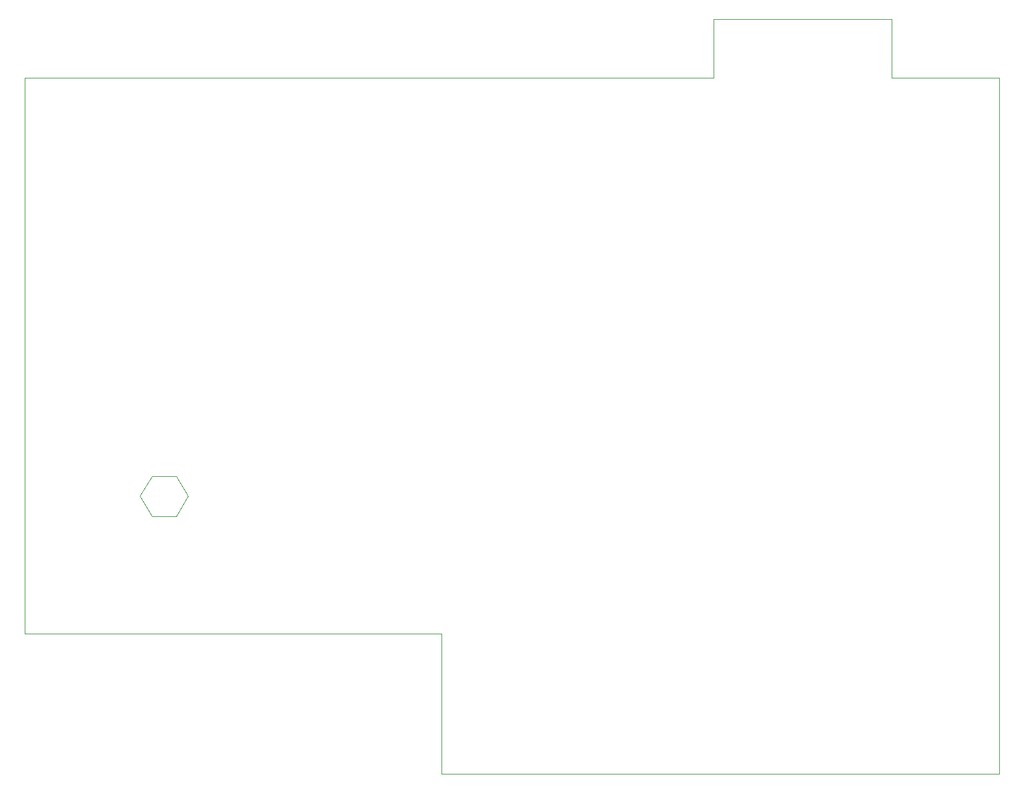
<source format=gbr>
%TF.GenerationSoftware,KiCad,Pcbnew,(7.0.0-0)*%
%TF.CreationDate,2023-04-16T10:10:33+09:00*%
%TF.ProjectId,pcb,7063622e-6b69-4636-9164-5f7063625858,rev?*%
%TF.SameCoordinates,Original*%
%TF.FileFunction,Profile,NP*%
%FSLAX46Y46*%
G04 Gerber Fmt 4.6, Leading zero omitted, Abs format (unit mm)*
G04 Created by KiCad (PCBNEW (7.0.0-0)) date 2023-04-16 10:10:33*
%MOMM*%
%LPD*%
G01*
G04 APERTURE LIST*
%TA.AperFunction,Profile*%
%ADD10C,0.100000*%
%TD*%
%TA.AperFunction,Profile*%
%ADD11C,0.050000*%
%TD*%
G04 APERTURE END LIST*
D10*
X147929600Y-28400000D02*
X162640000Y-28400000D01*
X162640000Y-123800000D02*
X86299000Y-123800000D01*
X123511800Y-20320000D02*
X123511800Y-28400000D01*
X147929600Y-20320000D02*
X147929600Y-28400000D01*
X86299000Y-123800000D02*
X86299000Y-104624200D01*
X162640000Y-28400000D02*
X162640000Y-123800000D01*
X29200000Y-28400000D02*
X123511800Y-28400000D01*
X86299000Y-104624200D02*
X29200000Y-104624200D01*
X29200000Y-28400000D02*
X29200000Y-104624200D01*
X123511800Y-20320000D02*
X147929600Y-20320000D01*
D11*
%TO.C,REF\u002A\u002A*%
X44943400Y-85750000D02*
X46601700Y-88500000D01*
X46601700Y-83000000D02*
X44943400Y-85750000D01*
X49918300Y-83000000D02*
X46601700Y-83000000D01*
X49918300Y-83000000D02*
X51576600Y-85750000D01*
X49918300Y-88500000D02*
X46601700Y-88500000D01*
X51576600Y-85750000D02*
X49918300Y-88500000D01*
%TD*%
M02*

</source>
